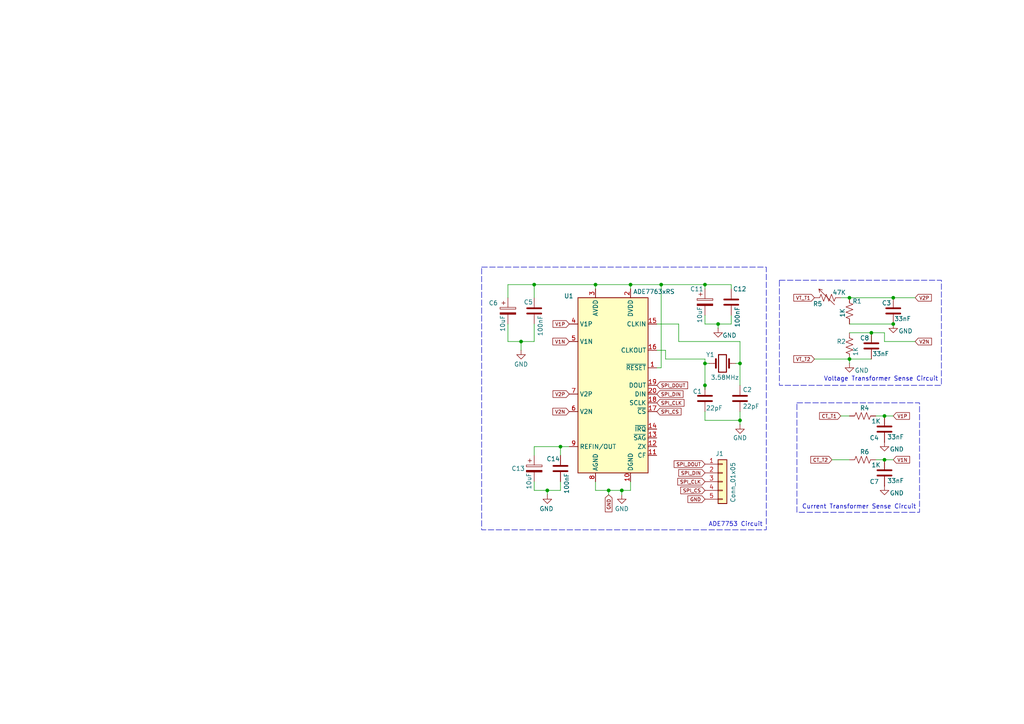
<source format=kicad_sch>
(kicad_sch (version 20250114) (generator "eeschema") (generator_version "9.0")
  (paper "A4")
  (lib_symbols
    (symbol "Connector_Generic:Conn_01x05" (pin_names (offset 1.016) (hide yes))
      (property "Reference" "J" (at 0 7.62 0))
      (property "Value" "Conn_01x05" (at 0 -7.62 0))
      (symbol "Conn_01x05_1_1"
        (rectangle (start -1.27 6.35) (end 1.27 -6.35) (stroke (width 0.254)) (fill (type background)))
        (rectangle (start -1.27 5.207) (end 0 4.953) (stroke (width 0.1524)))
        (rectangle (start -1.27 2.667) (end 0 2.413) (stroke (width 0.1524)))
        (rectangle (start -1.27 0.127) (end 0 -0.127) (stroke (width 0.1524)))
        (rectangle (start -1.27 -2.413) (end 0 -2.667) (stroke (width 0.1524)))
        (rectangle (start -1.27 -4.953) (end 0 -5.207) (stroke (width 0.1524)))
        (pin passive line (at -5.08 5.08 0) (length 3.81) (name "Pin_1") (number "1"))
        (pin passive line (at -5.08 2.54 0) (length 3.81) (name "Pin_2") (number "2"))
        (pin passive line (at -5.08 0 0) (length 3.81) (name "Pin_3") (number "3"))
        (pin passive line (at -5.08 -2.54 0) (length 3.81) (name "Pin_4") (number "4"))
        (pin passive line (at -5.08 -5.08 0) (length 3.81) (name "Pin_5") (number "5"))
      )
    )
    (symbol "Device:C" (pin_numbers (hide yes)) (pin_names (offset 0.254))
      (property "Reference" "C" (at 0.635 2.54 0))
      (property "Value" "C" (at 0.635 -2.54 0))
      (symbol "C_0_1"
        (polyline (pts (xy -2.032 0.762) (xy 2.032 0.762)) (stroke (width 0.508)))
        (polyline (pts (xy -2.032 -0.762) (xy 2.032 -0.762)) (stroke (width 0.508)))
      )
      (symbol "C_1_1"
        (pin passive line (at 0 3.81 270) (length 2.794) (name "~") (number "1"))
        (pin passive line (at 0 -3.81 90) (length 2.794) (name "~") (number "2"))
      )
    )
    (symbol "Device:C_Polarized" (pin_numbers (hide yes)) (pin_names (offset 0.254))
      (property "Reference" "C" (at 0.635 2.54 0))
      (property "Value" "C_Polarized" (at 0.635 -2.54 0))
      (symbol "C_Polarized_0_1"
        (rectangle (start -2.286 0.508) (end 2.286 1.016))
        (polyline (pts (xy -1.778 2.286) (xy -0.762 2.286)))
        (polyline (pts (xy -1.27 2.794) (xy -1.27 1.778)))
        (rectangle (start 2.286 -0.508) (end -2.286 -1.016) (fill (type outline)))
      )
      (symbol "C_Polarized_1_1"
        (pin passive line (at 0 3.81 270) (length 2.794) (name "~") (number "1"))
        (pin passive line (at 0 -3.81 90) (length 2.794) (name "~") (number "2"))
      )
    )
    (symbol "Device:Crystal" (pin_numbers (hide yes)) (pin_names (offset 1.016) (hide yes))
      (property "Reference" "Y" (at 0 3.81 0))
      (property "Value" "Crystal" (at 0 -3.81 0))
      (symbol "Crystal_0_1"
        (polyline (pts (xy -2.54 0) (xy -1.905 0)))
        (polyline (pts (xy -1.905 -1.27) (xy -1.905 1.27)) (stroke (width 0.508)))
        (rectangle (start -1.143 2.54) (end 1.143 -2.54) (stroke (width 0.3048)))
        (polyline (pts (xy 1.905 -1.27) (xy 1.905 1.27)) (stroke (width 0.508)))
        (polyline (pts (xy 2.54 0) (xy 1.905 0)))
      )
      (symbol "Crystal_1_1"
        (pin passive line (at -3.81 0 0) (length 1.27) (name "1") (number "1"))
        (pin passive line (at 3.81 0 180) (length 1.27) (name "2") (number "2"))
      )
    )
    (symbol "Device:R_US" (pin_numbers (hide yes)) (pin_names (offset 0))
      (property "Reference" "R" (at 2.54 0 90))
      (property "Value" "R_US" (at -2.54 0 90))
      (symbol "R_US_0_1"
        (polyline (pts (xy 0 2.286) (xy 0 2.54)))
        (polyline (pts (xy 0 2.286) (xy 1.016 1.905) (xy 0 1.524) (xy -1.016 1.143) (xy 0 0.762)))
        (polyline (pts (xy 0 0.762) (xy 1.016 0.381) (xy 0 0) (xy -1.016 -0.381) (xy 0 -0.762)))
        (polyline (pts (xy 0 -0.762) (xy 1.016 -1.143) (xy 0 -1.524) (xy -1.016 -1.905) (xy 0 -2.286)))
        (polyline (pts (xy 0 -2.286) (xy 0 -2.54)))
      )
      (symbol "R_US_1_1"
        (pin passive line (at 0 3.81 270) (length 1.27) (name "~") (number "1"))
        (pin passive line (at 0 -3.81 90) (length 1.27) (name "~") (number "2"))
      )
    )
    (symbol "Device:R_Variable_US" (pin_numbers (hide yes)) (pin_names (offset 0))
      (property "Reference" "R" (at 2.54 -2.54 90))
      (property "Value" "R_Variable_US" (at -2.54 -1.27 90))
      (symbol "R_Variable_US_0_1"
        (polyline (pts (xy 0 2.286) (xy 0 2.54)))
        (polyline (pts (xy 0 2.286) (xy 1.016 1.905) (xy 0 1.524) (xy -1.016 1.143) (xy 0 0.762)) (stroke (width 0.1524)))
        (polyline (pts (xy 0 0.762) (xy 1.016 0.381) (xy 0 0) (xy -1.016 -0.381) (xy 0 -0.762)))
        (polyline (pts (xy 0 -0.762) (xy 1.016 -1.143) (xy 0 -1.524) (xy -1.016 -1.905) (xy 0 -2.286)))
        (polyline (pts (xy 0 -2.286) (xy 0 -2.54)))
        (polyline (pts (xy 2.286 1.524) (xy 2.54 2.54) (xy 1.524 2.286) (xy 2.54 2.54) (xy -2.032 -2.032)) (stroke (width 0.1524)))
      )
      (symbol "R_Variable_US_1_1"
        (pin passive line (at 0 3.81 270) (length 1.27) (name "~") (number "1"))
        (pin passive line (at 0 -3.81 90) (length 1.27) (name "~") (number "2"))
      )
    )
    (symbol "Sensor:ADE7763xRS"
      (property "Reference" "U" (at -7.62 28.575 0))
      (property "Value" "ADE7763xRS" (at -7.62 26.67 0))
      (symbol "ADE7763xRS_0_1"
        (rectangle (start 10.16 -25.4) (end -10.16 25.4) (stroke (width 0.254)) (fill (type background)))
      )
      (symbol "ADE7763xRS_1_1"
        (pin input line (at -12.7 17.78 0) (length 2.54) (name "V1P") (number "4"))
        (pin input line (at -12.7 12.7 0) (length 2.54) (name "V1N") (number "5"))
        (pin input line (at -12.7 -2.54 0) (length 2.54) (name "V2P") (number "7"))
        (pin input line (at -12.7 -7.62 0) (length 2.54) (name "V2N") (number "6"))
        (pin input line (at -12.7 -17.78 0) (length 2.54) (name "REFIN/OUT") (number "9"))
        (pin power_in line (at -5.08 27.94 270) (length 2.54) (name "AVDD") (number "3"))
        (pin power_in line (at -5.08 -27.94 90) (length 2.54) (name "AGND") (number "8"))
        (pin power_in line (at 5.08 27.94 270) (length 2.54) (name "DVDD") (number "2"))
        (pin power_in line (at 5.08 -27.94 90) (length 2.54) (name "DGND") (number "10"))
        (pin input line (at 12.7 17.78 180) (length 2.54) (name "CLKIN") (number "15"))
        (pin output line (at 12.7 10.16 180) (length 2.54) (name "CLKOUT") (number "16"))
        (pin input line (at 12.7 5.08 180) (length 2.54) (name "~{RESET}") (number "1"))
        (pin output line (at 12.7 0 180) (length 2.54) (name "DOUT") (number "19"))
        (pin input line (at 12.7 -2.54 180) (length 2.54) (name "DIN") (number "20"))
        (pin input line (at 12.7 -5.08 180) (length 2.54) (name "SCLK") (number "18"))
        (pin input line (at 12.7 -7.62 180) (length 2.54) (name "~{CS}") (number "17"))
        (pin open_collector line (at 12.7 -12.7 180) (length 2.54) (name "~{IRQ}") (number "14"))
        (pin open_collector line (at 12.7 -15.24 180) (length 2.54) (name "~{SAG}") (number "13"))
        (pin output line (at 12.7 -17.78 180) (length 2.54) (name "ZX") (number "12"))
        (pin output line (at 12.7 -20.32 180) (length 2.54) (name "CF") (number "11"))
      )
    )
    (symbol "power:GND" (power) (pin_numbers (hide yes)) (pin_names (offset 0) (hide yes))
      (property "Value" "GND" (at 0 -3.81 0))
      (symbol "GND_0_1"
        (polyline (pts (xy 0 0) (xy 0 -1.27) (xy 1.27 -1.27) (xy 0 -2.54) (xy -1.27 -1.27) (xy 0 -1.27)))
      )
      (symbol "GND_1_1"
        (pin power_in line (at 0 0 270) (length 0) (name "~") (number "1"))
      )
    )
  )
  (rectangle (start 226.06 81.28) (end 273.05 111.76) (stroke (width 0) (type dash)))
  (rectangle (start 139.7 77.47) (end 222.25 153.67) (stroke (width 0) (type dash)))
  (rectangle (start 231.14 116.84) (end 266.7 148.59) (stroke (width 0) (type dash)))
  (text "ADE7753 Circuit" (at 213.36 152.146 0) (effects (font (size 1.27 1.27))))
  (text "Current Transformer Sense Circuit" (at 249.174 147.066 0) (effects (font (size 1.27 1.27))))
  (text "Voltage Transformer Sense Circuit" (at 255.524 109.982 0) (effects (font (size 1.27 1.27))))
  (junction (at 204.47 105.41))
  (junction (at 259.08 93.98))
  (junction (at 191.77 82.55))
  (junction (at 154.94 82.55))
  (junction (at 151.13 99.06))
  (junction (at 176.53 142.24))
  (junction (at 180.34 142.24))
  (junction (at 172.72 82.55))
  (junction (at 246.38 104.14))
  (junction (at 259.08 86.36))
  (junction (at 214.63 121.92))
  (junction (at 204.47 111.76))
  (junction (at 208.28 93.98))
  (junction (at 204.47 82.55))
  (junction (at 256.54 120.65))
  (junction (at 256.54 133.35))
  (junction (at 252.73 96.52))
  (junction (at 158.75 142.24))
  (junction (at 214.63 105.41))
  (junction (at 246.38 86.36))
  (junction (at 182.88 82.55))
  (junction (at 162.56 129.54))
  (wire (pts (xy 252.73 99.06) (xy 252.73 96.52)))
  (wire (pts (xy 154.94 99.06) (xy 154.94 93.98)))
  (wire (pts (xy 182.88 82.55) (xy 191.77 82.55)))
  (wire (pts (xy 191.77 82.55) (xy 191.77 106.68)))
  (wire (pts (xy 204.47 91.44) (xy 204.47 93.98)))
  (wire (pts (xy 172.72 142.24) (xy 172.72 139.7)))
  (wire (pts (xy 147.32 82.55) (xy 147.32 86.36)))
  (wire (pts (xy 241.3 133.35) (xy 246.38 133.35)))
  (wire (pts (xy 196.85 99.06) (xy 214.63 99.06)))
  (wire (pts (xy 158.75 142.24) (xy 162.56 142.24)))
  (wire (pts (xy 213.36 105.41) (xy 214.63 105.41)))
  (wire (pts (xy 204.47 121.92) (xy 214.63 121.92)))
  (wire (pts (xy 158.75 143.51) (xy 158.75 142.24)))
  (wire (pts (xy 208.28 93.98) (xy 208.28 95.25)))
  (wire (pts (xy 246.38 96.52) (xy 252.73 96.52)))
  (wire (pts (xy 196.85 93.98) (xy 190.5 93.98)))
  (wire (pts (xy 190.5 106.68) (xy 191.77 106.68)))
  (wire (pts (xy 180.34 143.51) (xy 180.34 142.24)))
  (wire (pts (xy 193.04 104.14) (xy 193.04 101.6)))
  (wire (pts (xy 214.63 105.41) (xy 214.63 111.76)))
  (wire (pts (xy 172.72 82.55) (xy 172.72 83.82)))
  (wire (pts (xy 204.47 82.55) (xy 212.09 82.55)))
  (wire (pts (xy 214.63 123.19) (xy 214.63 121.92)))
  (wire (pts (xy 204.47 82.55) (xy 204.47 83.82)))
  (wire (pts (xy 236.22 104.14) (xy 246.38 104.14)))
  (wire (pts (xy 193.04 101.6) (xy 190.5 101.6)))
  (wire (pts (xy 243.84 86.36) (xy 246.38 86.36)))
  (wire (pts (xy 151.13 101.6) (xy 151.13 99.06)))
  (wire (pts (xy 172.72 82.55) (xy 182.88 82.55)))
  (wire (pts (xy 256.54 120.65) (xy 259.08 120.65)))
  (wire (pts (xy 208.28 93.98) (xy 212.09 93.98)))
  (wire (pts (xy 256.54 133.35) (xy 259.08 133.35)))
  (wire (pts (xy 254 120.65) (xy 256.54 120.65)))
  (wire (pts (xy 246.38 104.14) (xy 252.73 104.14)))
  (wire (pts (xy 182.88 142.24) (xy 182.88 139.7)))
  (wire (pts (xy 162.56 129.54) (xy 165.1 129.54)))
  (wire (pts (xy 204.47 113.03) (xy 204.47 111.76)))
  (wire (pts (xy 147.32 82.55) (xy 154.94 82.55)))
  (wire (pts (xy 147.32 93.98) (xy 147.32 99.06)))
  (wire (pts (xy 204.47 121.92) (xy 204.47 119.38)))
  (wire (pts (xy 191.77 82.55) (xy 204.47 82.55)))
  (wire (pts (xy 246.38 86.36) (xy 259.08 86.36)))
  (wire (pts (xy 147.32 99.06) (xy 151.13 99.06)))
  (wire (pts (xy 196.85 99.06) (xy 196.85 93.98)))
  (wire (pts (xy 154.94 82.55) (xy 172.72 82.55)))
  (wire (pts (xy 154.94 142.24) (xy 158.75 142.24)))
  (wire (pts (xy 259.08 86.36) (xy 265.43 86.36)))
  (wire (pts (xy 204.47 105.41) (xy 204.47 111.76)))
  (wire (pts (xy 259.08 93.98) (xy 246.38 93.98)))
  (wire (pts (xy 204.47 93.98) (xy 208.28 93.98)))
  (wire (pts (xy 176.53 142.24) (xy 180.34 142.24)))
  (wire (pts (xy 154.94 129.54) (xy 162.56 129.54)))
  (wire (pts (xy 154.94 142.24) (xy 154.94 139.7)))
  (wire (pts (xy 205.74 105.41) (xy 204.47 105.41)))
  (wire (pts (xy 154.94 82.55) (xy 154.94 86.36)))
  (wire (pts (xy 204.47 105.41) (xy 204.47 104.14)))
  (wire (pts (xy 214.63 105.41) (xy 214.63 99.06)))
  (wire (pts (xy 162.56 142.24) (xy 162.56 139.7)))
  (wire (pts (xy 154.94 129.54) (xy 154.94 132.08)))
  (wire (pts (xy 212.09 93.98) (xy 212.09 91.44)))
  (wire (pts (xy 254 133.35) (xy 256.54 133.35)))
  (wire (pts (xy 162.56 132.08) (xy 162.56 129.54)))
  (wire (pts (xy 256.54 99.06) (xy 265.43 99.06)))
  (wire (pts (xy 256.54 96.52) (xy 256.54 99.06)))
  (wire (pts (xy 182.88 82.55) (xy 182.88 83.82)))
  (wire (pts (xy 151.13 99.06) (xy 154.94 99.06)))
  (wire (pts (xy 214.63 121.92) (xy 214.63 119.38)))
  (wire (pts (xy 182.88 142.24) (xy 180.34 142.24)))
  (wire (pts (xy 243.84 120.65) (xy 246.38 120.65)))
  (wire (pts (xy 172.72 142.24) (xy 176.53 142.24)))
  (wire (pts (xy 193.04 104.14) (xy 204.47 104.14)))
  (wire (pts (xy 212.09 82.55) (xy 212.09 83.82)))
  (wire (pts (xy 252.73 96.52) (xy 256.54 96.52)))
  (wire (pts (xy 246.38 105.41) (xy 246.38 104.14)))
  (wire (pts (xy 176.53 143.51) (xy 176.53 142.24)))
  (global_label "V1N" (shape input) (at 165.1 99.06 180) (effects (font (size 1 1))) (property "Intersheetrefs" "${INTERSHEET_REFS}" (effects (hide yes))))
  (global_label "SPI_CLK" (shape input) (at 204.47 139.7 180) (effects (font (size 1 1))) (property "Intersheetrefs" "${INTERSHEET_REFS}" (effects (hide yes))))
  (global_label "V2N" (shape input) (at 265.43 99.06 0) (effects (font (size 1 1))) (property "Intersheetrefs" "${INTERSHEET_REFS}" (effects (hide yes))))
  (global_label "VT_T1" (shape input) (at 236.22 86.36 180) (effects (font (size 1 1))) (property "Intersheetrefs" "${INTERSHEET_REFS}" (effects (hide yes))))
  (global_label "SPI_DIN" (shape input) (at 204.47 137.16 180) (effects (font (size 1 1))) (property "Intersheetrefs" "${INTERSHEET_REFS}" (effects (hide yes))))
  (global_label "CT_T2" (shape input) (at 241.3 133.35 180) (effects (font (size 1 1))) (property "Intersheetrefs" "${INTERSHEET_REFS}" (effects (hide yes))))
  (global_label "V1P" (shape input) (at 259.08 120.65 0) (effects (font (size 1 1))) (property "Intersheetrefs" "${INTERSHEET_REFS}" (effects (hide yes))))
  (global_label "V1N" (shape input) (at 259.08 133.35 0) (effects (font (size 1 1))) (property "Intersheetrefs" "${INTERSHEET_REFS}" (effects (hide yes))))
  (global_label "GND" (shape input) (at 176.53 143.51 270) (effects (font (size 1 1))) (property "Intersheetrefs" "${INTERSHEET_REFS}" (effects (hide yes))))
  (global_label "SPI_CLK" (shape input) (at 190.5 116.84 0) (effects (font (size 1 1))) (property "Intersheetrefs" "${INTERSHEET_REFS}" (effects (hide yes))))
  (global_label "SPI_DOUT" (shape input) (at 190.5 111.76 0) (effects (font (size 1 1))) (property "Intersheetrefs" "${INTERSHEET_REFS}" (effects (hide yes))))
  (global_label "SPI_CS" (shape input) (at 204.47 142.24 180) (effects (font (size 1 1))) (property "Intersheetrefs" "${INTERSHEET_REFS}" (effects (hide yes))))
  (global_label "SPI_CS" (shape input) (at 190.5 119.38 0) (effects (font (size 1 1))) (property "Intersheetrefs" "${INTERSHEET_REFS}" (effects (hide yes))))
  (global_label "V2P" (shape input) (at 165.1 114.3 180) (effects (font (size 1 1))) (property "Intersheetrefs" "${INTERSHEET_REFS}" (effects (hide yes))))
  (global_label "V1P" (shape input) (at 165.1 93.98 180) (effects (font (size 1 1))) (property "Intersheetrefs" "${INTERSHEET_REFS}" (effects (hide yes))))
  (global_label "V2P" (shape input) (at 265.43 86.36 0) (effects (font (size 1 1))) (property "Intersheetrefs" "${INTERSHEET_REFS}" (effects (hide yes))))
  (global_label "GND" (shape input) (at 204.47 144.78 180) (effects (font (size 1 1))) (property "Intersheetrefs" "${INTERSHEET_REFS}" (effects (hide yes))))
  (global_label "SPI_DIN" (shape input) (at 190.5 114.3 0) (effects (font (size 1 1))) (property "Intersheetrefs" "${INTERSHEET_REFS}" (effects (hide yes))))
  (global_label "CT_T1" (shape input) (at 243.84 120.65 180) (effects (font (size 1 1))) (property "Intersheetrefs" "${INTERSHEET_REFS}" (effects (hide yes))))
  (global_label "V2N" (shape input) (at 165.1 119.38 180) (effects (font (size 1 1))) (property "Intersheetrefs" "${INTERSHEET_REFS}" (effects (hide yes))))
  (global_label "VT_T2" (shape input) (at 236.22 104.14 180) (effects (font (size 1 1))) (property "Intersheetrefs" "${INTERSHEET_REFS}" (effects (hide yes))))
  (global_label "SPI_DOUT" (shape input) (at 204.47 134.62 180) (effects (font (size 1 1))) (property "Intersheetrefs" "${INTERSHEET_REFS}" (effects (hide yes))))
  (symbol (lib_id "Device:R_US") (at 250.19 120.65 270) (unit 1)
    (property "Reference" "R4" (at 249.428 118.364 90) (effects (justify left)))
    (property "Value" "1K" (at 252.73 122.174 90) (effects (justify left)))
    (property "Description" "Resistor, US symbol" (effects (hide yes)))
  )
  (symbol (lib_id "Device:C") (at 212.09 87.63 0) (unit 1)
    (property "Reference" "C12" (at 212.598 83.82 0) (effects (justify left)))
    (property "Value" "100nF" (at 213.868 94.996 90) (effects (justify left)))
    (property "Description" "Unpolarized capacitor" (effects (hide yes)))
  )
  (symbol (lib_id "Device:R_US") (at 246.38 100.33 180) (unit 1)
    (property "Reference" "R2" (at 245.364 99.06 0) (effects (justify left)))
    (property "Value" "1K" (at 248.158 100.584 90) (effects (justify left)))
    (property "Description" "Resistor, US symbol" (effects (hide yes)))
  )
  (symbol (lib_id "Device:C") (at 154.94 90.17 0) (unit 1)
    (property "Reference" "C5" (at 151.892 87.63 0) (effects (justify left)))
    (property "Value" "100nF" (at 156.718 97.536 90) (effects (justify left)))
    (property "Description" "Unpolarized capacitor" (effects (hide yes)))
  )
  (symbol (lib_id "Device:R_Variable_US") (at 240.03 86.36 90) (unit 1)
    (property "Reference" "R5" (at 238.506 88.138 90) (effects (justify left)))
    (property "Value" "47K" (at 245.364 84.836 90) (effects (justify left)))
    (property "Description" "Variable resistor, US symbol" (effects (hide yes)))
  )
  (symbol (lib_id "Device:C") (at 162.56 135.89 0) (unit 1)
    (property "Reference" "C14" (at 158.496 133.096 0) (effects (justify left)))
    (property "Value" "100nF" (at 164.338 143.256 90) (effects (justify left)))
    (property "Description" "Unpolarized capacitor" (effects (hide yes)))
  )
  (symbol (lib_id "power:GND") (at 208.28 95.25 0) (unit 1)
    (property "Reference" "#PWR04" (effects (hide yes)))
    (property "Value" "GND" (at 211.582 97.282 0))
    (property "Description" "Power symbol creates a global label with name \"GND\" , ground" (effects (hide yes)))
  )
  (symbol (lib_id "Connector_Generic:Conn_01x05") (at 209.55 139.7 0) (unit 1)
    (property "Reference" "J1" (at 207.518 131.572 0) (effects (justify left)))
    (property "Value" "Conn_01x05" (at 212.598 145.796 90) (effects (justify left)))
    (property "Description" "Generic connector, single row, 01x05, script generated (kicad-library-utils/schlib/autogen/connector/)" (effects (hide yes)))
  )
  (symbol (lib_id "Device:C") (at 204.47 115.57 0) (unit 1)
    (property "Reference" "C1" (at 200.914 113.538 0) (effects (justify left)))
    (property "Value" "22pF" (at 204.724 118.364 0) (effects (justify left)))
    (property "Description" "Unpolarized capacitor" (effects (hide yes)))
  )
  (symbol (lib_id "power:GND") (at 256.54 128.27 0) (unit 1)
    (property "Reference" "#PWR06" (effects (hide yes)))
    (property "Value" "GND" (at 260.096 130.302 0))
    (property "Description" "Power symbol creates a global label with name \"GND\" , ground" (effects (hide yes)))
  )
  (symbol (lib_id "power:GND") (at 158.75 143.51 0) (unit 1)
    (property "Reference" "#PWR08" (effects (hide yes)))
    (property "Value" "GND" (at 158.496 147.574 0))
    (property "Description" "Power symbol creates a global label with name \"GND\" , ground" (effects (hide yes)))
  )
  (symbol (lib_id "power:GND") (at 256.54 140.97 0) (unit 1)
    (property "Reference" "#PWR09" (effects (hide yes)))
    (property "Value" "GND" (at 260.096 143.002 0))
    (property "Description" "Power symbol creates a global label with name \"GND\" , ground" (effects (hide yes)))
  )
  (symbol (lib_id "Device:C") (at 256.54 124.46 0) (unit 1)
    (property "Reference" "C4" (at 252.222 127 0) (effects (justify left)))
    (property "Value" "33nF" (at 257.302 126.746 0) (effects (justify left)))
    (property "Description" "Unpolarized capacitor" (effects (hide yes)))
  )
  (symbol (lib_id "power:GND") (at 214.63 123.19 0) (unit 1)
    (property "Reference" "#PWR02" (effects (hide yes)))
    (property "Value" "GND" (at 214.63 127 0))
    (property "Description" "Power symbol creates a global label with name \"GND\" , ground" (effects (hide yes)))
  )
  (symbol (lib_id "Device:R_US") (at 246.38 90.17 180) (unit 1)
    (property "Reference" "R1" (at 249.936 87.376 0) (effects (justify left)))
    (property "Value" "1K" (at 244.348 89.408 90) (effects (justify left)))
    (property "Description" "Resistor, US symbol" (effects (hide yes)))
  )
  (symbol (lib_id "Device:C") (at 256.54 137.16 0) (unit 1)
    (property "Reference" "C7" (at 252.222 139.7 0) (effects (justify left)))
    (property "Value" "33nF" (at 257.302 139.446 0) (effects (justify left)))
    (property "Description" "Unpolarized capacitor" (effects (hide yes)))
  )
  (symbol (lib_id "Device:R_US") (at 250.19 133.35 270) (unit 1)
    (property "Reference" "R6" (at 249.428 131.064 90) (effects (justify left)))
    (property "Value" "1K" (at 252.73 134.874 90) (effects (justify left)))
    (property "Description" "Resistor, US symbol" (effects (hide yes)))
  )
  (symbol (lib_id "power:GND") (at 246.38 105.41 0) (unit 1)
    (property "Reference" "#PWR03" (effects (hide yes)))
    (property "Value" "GND" (at 249.936 107.442 0))
    (property "Description" "Power symbol creates a global label with name \"GND\" , ground" (effects (hide yes)))
  )
  (symbol (lib_id "Device:C_Polarized") (at 154.94 135.89 0) (unit 1)
    (property "Reference" "C13" (at 148.336 135.89 0) (effects (justify left)))
    (property "Value" "10uF" (at 153.416 141.986 90) (effects (justify left)))
    (property "Description" "Polarized capacitor" (effects (hide yes)))
  )
  (symbol (lib_id "Device:C_Polarized") (at 147.32 90.17 0) (unit 1)
    (property "Reference" "C6" (at 141.732 87.884 0) (effects (justify left)))
    (property "Value" "10uF" (at 145.796 96.266 90) (effects (justify left)))
    (property "Description" "Polarized capacitor" (effects (hide yes)))
  )
  (symbol (lib_id "Device:C") (at 252.73 100.33 0) (unit 1)
    (property "Reference" "C8" (at 249.428 98.044 0) (effects (justify left)))
    (property "Value" "33nF" (at 252.984 102.616 0) (effects (justify left)))
    (property "Description" "Unpolarized capacitor" (effects (hide yes)))
  )
  (symbol (lib_id "Device:C") (at 259.08 90.17 0) (unit 1)
    (property "Reference" "C3" (at 255.778 87.884 0) (effects (justify left)))
    (property "Value" "33nF" (at 259.334 92.456 0) (effects (justify left)))
    (property "Description" "Unpolarized capacitor" (effects (hide yes)))
  )
  (symbol (lib_id "Device:C") (at 214.63 115.57 0) (unit 1)
    (property "Reference" "C2" (at 215.392 113.03 0) (effects (justify left)))
    (property "Value" "22pF" (at 215.392 117.856 0) (effects (justify left)))
    (property "Description" "Unpolarized capacitor" (effects (hide yes)))
  )
  (symbol (lib_id "Sensor:ADE7763xRS") (at 177.8 111.76 0) (unit 1)
    (property "Reference" "U1" (at 163.576 85.852 0) (effects (justify left)))
    (property "Value" "ADE7763xRS" (at 183.642 84.582 0) (effects (justify left)))
    (property "Footprint" "Package_SO:SSOP-20_5.3x7.2mm_P0.65mm" (effects (hide yes)))
    (property "Datasheet" "https://www.analog.com/media/en/technical-documentation/data-sheets/ADE7763.pdf" (effects (hide yes)))
    (property "Description" "Single-Phase Active and Apparent Energy Metering, SSOP-20" (effects (hide yes)))
  )
  (symbol (lib_id "Device:Crystal") (at 209.55 105.41 0) (unit 1)
    (property "Reference" "Y1" (at 207.264 102.87 0) (effects (justify right)))
    (property "Value" "3.58MHz" (at 214.376 109.474 0) (effects (justify right)))
    (property "Description" "Two pin crystal" (effects (hide yes)))
  )
  (symbol (lib_id "power:GND") (at 259.08 93.98 0) (unit 1)
    (property "Reference" "#PWR07" (effects (hide yes)))
    (property "Value" "GND" (at 262.636 96.012 0))
    (property "Description" "Power symbol creates a global label with name \"GND\" , ground" (effects (hide yes)))
  )
  (symbol (lib_id "power:GND") (at 151.13 101.6 0) (unit 1)
    (property "Reference" "#PWR05" (effects (hide yes)))
    (property "Value" "GND" (at 151.13 105.664 0))
    (property "Description" "Power symbol creates a global label with name \"GND\" , ground" (effects (hide yes)))
  )
  (symbol (lib_id "Device:C_Polarized") (at 204.47 87.63 0) (unit 1)
    (property "Reference" "C11" (at 200.152 83.82 0) (effects (justify left)))
    (property "Value" "10uF" (at 202.946 93.726 90) (effects (justify left)))
    (property "Description" "Polarized capacitor" (effects (hide yes)))
  )
  (symbol (lib_id "power:GND") (at 180.34 143.51 0) (unit 1)
    (property "Reference" "#PWR01" (effects (hide yes)))
    (property "Value" "GND" (at 180.34 147.574 0))
    (property "Description" "Power symbol creates a global label with name \"GND\" , ground" (effects (hide yes)))
  )
)
</source>
